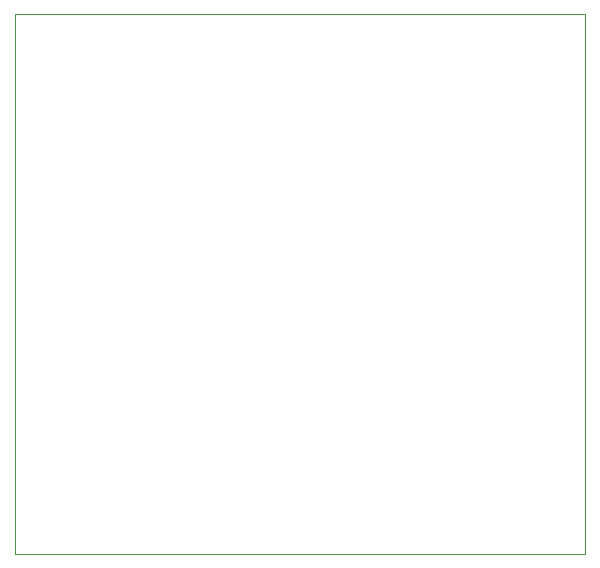
<source format=gbr>
%TF.GenerationSoftware,KiCad,Pcbnew,7.0.8*%
%TF.CreationDate,2023-10-19T22:14:58-07:00*%
%TF.ProjectId,Lab 2,4c616220-322e-46b6-9963-61645f706362,rev?*%
%TF.SameCoordinates,Original*%
%TF.FileFunction,Profile,NP*%
%FSLAX46Y46*%
G04 Gerber Fmt 4.6, Leading zero omitted, Abs format (unit mm)*
G04 Created by KiCad (PCBNEW 7.0.8) date 2023-10-19 22:14:58*
%MOMM*%
%LPD*%
G01*
G04 APERTURE LIST*
%TA.AperFunction,Profile*%
%ADD10C,0.100000*%
%TD*%
G04 APERTURE END LIST*
D10*
X71120000Y-66040000D02*
X119380000Y-66040000D01*
X119380000Y-111760000D01*
X71120000Y-111760000D01*
X71120000Y-66040000D01*
M02*

</source>
